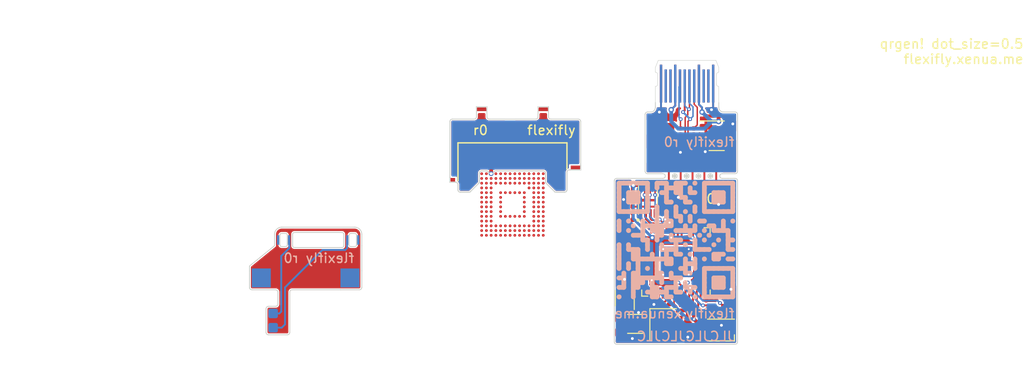
<source format=kicad_pcb>
(kicad_pcb (version 20221018) (generator pcbnew)

  (general
    (thickness 0.115)
  )

  (paper "A4")
  (layers
    (0 "F.Cu" signal)
    (31 "B.Cu" signal)
    (32 "B.Adhes" user "B.Adhesive")
    (33 "F.Adhes" user "F.Adhesive")
    (34 "B.Paste" user)
    (35 "F.Paste" user)
    (36 "B.SilkS" user "B.Silkscreen")
    (37 "F.SilkS" user "F.Silkscreen")
    (38 "B.Mask" user)
    (39 "F.Mask" user)
    (40 "Dwgs.User" user "User.Drawings")
    (41 "Cmts.User" user "User.Comments")
    (42 "Eco1.User" user "User.Eco1")
    (43 "Eco2.User" user "User.Eco2")
    (44 "Edge.Cuts" user)
    (45 "Margin" user)
    (46 "B.CrtYd" user "B.Courtyard")
    (47 "F.CrtYd" user "F.Courtyard")
    (48 "B.Fab" user)
    (49 "F.Fab" user)
    (50 "User.1" user)
    (51 "User.2" user)
    (52 "User.3" user)
    (53 "User.4" user)
    (54 "User.5" user)
    (55 "User.6" user)
    (56 "User.7" user)
    (57 "User.8" user)
    (58 "User.9" user)
  )

  (setup
    (stackup
      (layer "F.SilkS" (type "Top Silk Screen"))
      (layer "F.Paste" (type "Top Solder Paste"))
      (layer "F.Mask" (type "Top Solder Mask") (thickness 0.01))
      (layer "F.Cu" (type "copper") (thickness 0.035))
      (layer "dielectric 1" (type "core") (color "Polyimide") (thickness 0.025) (material "Polyimide") (epsilon_r 3.2) (loss_tangent 0.004))
      (layer "B.Cu" (type "copper") (thickness 0.035))
      (layer "B.Mask" (type "Bottom Solder Mask") (thickness 0.01))
      (layer "B.Paste" (type "Bottom Solder Paste"))
      (layer "B.SilkS" (type "Bottom Silk Screen"))
      (copper_finish "None")
      (dielectric_constraints no)
    )
    (pad_to_mask_clearance 0)
    (pcbplotparams
      (layerselection 0x00010fc_ffffffff)
      (plot_on_all_layers_selection 0x0000000_00000000)
      (disableapertmacros false)
      (usegerberextensions false)
      (usegerberattributes true)
      (usegerberadvancedattributes true)
      (creategerberjobfile true)
      (dashed_line_dash_ratio 12.000000)
      (dashed_line_gap_ratio 3.000000)
      (svgprecision 4)
      (plotframeref false)
      (viasonmask false)
      (mode 1)
      (useauxorigin false)
      (hpglpennumber 1)
      (hpglpenspeed 20)
      (hpglpendiameter 15.000000)
      (dxfpolygonmode true)
      (dxfimperialunits true)
      (dxfusepcbnewfont true)
      (psnegative false)
      (psa4output false)
      (plotreference true)
      (plotvalue true)
      (plotinvisibletext false)
      (sketchpadsonfab false)
      (subtractmaskfromsilk false)
      (outputformat 1)
      (mirror false)
      (drillshape 1)
      (scaleselection 1)
      (outputdirectory "")
    )
  )

  (net 0 "")
  (net 1 "+3V3")
  (net 2 "GND")
  (net 3 "/XIN")
  (net 4 "Net-(C3-Pad2)")
  (net 5 "+1V1")
  (net 6 "Net-(J1-CC1)")
  (net 7 "/STATUS_LED")
  (net 8 "unconnected-(H5-Pad1)")
  (net 9 "/QSPI_~{CS}")
  (net 10 "/~{USB_BOOT}")
  (net 11 "/XOUT")
  (net 12 "/USB_DP")
  (net 13 "/DP")
  (net 14 "/NX_CLK")
  (net 15 "Net-(U1-GPIO27_ADC1)")
  (net 16 "/NX_CMD")
  (net 17 "Net-(U1-GPIO28_ADC2)")
  (net 18 "/NX_D0")
  (net 19 "Net-(U1-GPIO29_ADC3)")
  (net 20 "unconnected-(J1-SBU1-PadA8)")
  (net 21 "/TRAINING_RESET_A")
  (net 22 "/TRAINING_RESET_B")
  (net 23 "unconnected-(U1-GPIO2-Pad4)")
  (net 24 "unconnected-(U1-GPIO3-Pad5)")
  (net 25 "unconnected-(U1-GPIO4-Pad6)")
  (net 26 "unconnected-(U1-GPIO5-Pad7)")
  (net 27 "unconnected-(U1-GPIO6-Pad8)")
  (net 28 "unconnected-(U1-GPIO7-Pad9)")
  (net 29 "unconnected-(U1-GPIO8-Pad11)")
  (net 30 "unconnected-(U1-GPIO9-Pad12)")
  (net 31 "unconnected-(U1-GPIO10-Pad13)")
  (net 32 "unconnected-(U1-GPIO11-Pad14)")
  (net 33 "unconnected-(U1-GPIO12-Pad15)")
  (net 34 "unconnected-(U1-GPIO13-Pad16)")
  (net 35 "unconnected-(U1-GPIO14-Pad17)")
  (net 36 "/NX_CPU")
  (net 37 "/SWCLK")
  (net 38 "/SWD")
  (net 39 "/RUN")
  (net 40 "unconnected-(U1-GPIO17-Pad28)")
  (net 41 "unconnected-(U1-GPIO18-Pad29)")
  (net 42 "unconnected-(U1-GPIO19-Pad30)")
  (net 43 "unconnected-(U1-GPIO20-Pad31)")
  (net 44 "unconnected-(U1-GPIO21-Pad32)")
  (net 45 "unconnected-(U1-GPIO22-Pad34)")
  (net 46 "unconnected-(U1-GPIO23-Pad35)")
  (net 47 "unconnected-(U1-GPIO24-Pad36)")
  (net 48 "unconnected-(U1-GPIO25-Pad37)")
  (net 49 "/NX_RST")
  (net 50 "/QSPI_SD3")
  (net 51 "/QSPI_CLK")
  (net 52 "/QSPI_SD0")
  (net 53 "/QSPI_SD2")
  (net 54 "/QSPI_SD1")
  (net 55 "Net-(J1-CC2)")
  (net 56 "unconnected-(J1-SBU2-PadB8)")
  (net 57 "Net-(C16-Pad1)")
  (net 58 "Net-(C15-Pad1)")
  (net 59 "/DAT0")
  (net 60 "VBUS")
  (net 61 "/USB_DN")
  (net 62 "/DN")
  (net 63 "unconnected-(C15-Pad2)")
  (net 64 "unconnected-(C16-Pad2)")
  (net 65 "unconnected-(D1-DOUT-Pad1)")
  (net 66 "Net-(Q1-Pad1)")
  (net 67 "Net-(Q2-Pad1)")
  (net 68 "unconnected-(H6-Pad1)")

  (footprint "Capacitor_SMD:C_0201_0603Metric" (layer "F.Cu") (at 156.25 73.2 90))

  (footprint "flexifly:TP_pad_1mm_dense" (layer "F.Cu") (at 161.5 64.75))

  (footprint "Resistor_SMD:R_0201_0603Metric" (layer "F.Cu") (at 156.25 71.8 90))

  (footprint "flexifly:SW_SPST_LS38G2-T" (layer "F.Cu") (at 154.225 52.85 90))

  (footprint "flexifly:TP_pad_1mm_dense" (layer "F.Cu") (at 161.024 70.5))

  (footprint "Capacitor_SMD:C_0201_0603Metric" (layer "F.Cu") (at 150.9 62.5))

  (footprint "Resistor_SMD:R_0201_0603Metric" (layer "F.Cu") (at 151.15 60.05 -90))

  (footprint "flexifly:TP_pad_1mm_dense" (layer "F.Cu") (at 161.5 63.5))

  (footprint "Resistor_SMD:R_0201_0603Metric" (layer "F.Cu") (at 160.3 63.6 90))

  (footprint "flexifly:TP_pad_1mm_dense" (layer "F.Cu") (at 138.25 51.5))

  (footprint "Capacitor_SMD:C_0201_0603Metric" (layer "F.Cu") (at 160.3 60.8 -90))

  (footprint "Resistor_SMD:R_0201_0603Metric" (layer "F.Cu") (at 160.3 62.2 -90))

  (footprint "flexifly:MicroFET_2x2" (layer "F.Cu") (at 150.35 69.585))

  (footprint "Resistor_SMD:R_0201_0603Metric" (layer "F.Cu") (at 157.625 51.8 90))

  (footprint "Capacitor_SMD:C_0201_0603Metric" (layer "F.Cu") (at 159.4 60.5 -90))

  (footprint "Resistor_SMD:R_0201_0603Metric" (layer "F.Cu") (at 160.3 65 90))

  (footprint "flexifly:FBGA_153_P0.50mm" (layer "F.Cu") (at 138.5 59.505))

  (footprint "Capacitor_SMD:C_0201_0603Metric" (layer "F.Cu") (at 154.7 70.05))

  (footprint "flexifly:TP_pad_1mm_dense" (layer "F.Cu") (at 156.25 55.5 90))

  (footprint "Capacitor_SMD:C_0201_0603Metric" (layer "F.Cu") (at 158.7 60.5 90))

  (footprint "flexifly:TP_pad_1mm_dense" (layer "F.Cu") (at 159.5 70.5))

  (footprint "flexifly:TP_pad_1mm_dense" (layer "F.Cu") (at 149.85 73 90))

  (footprint "xenua:USB_C_PCB" (layer "F.Cu") (at 156.925 44.3))

  (footprint "Capacitor_SMD:C_0201_0603Metric" (layer "F.Cu") (at 158 60.5 -90))

  (footprint "Capacitor_SMD:C_0201_0603Metric" (layer "F.Cu") (at 151.25 66.9 90))

  (footprint "flexifly:TP_pad_1mm_dense" (layer "F.Cu") (at 161.5 66))

  (footprint "Package_TO_SOT_SMD:SOT-23-3" (layer "F.Cu") (at 160.05 52.25))

  (footprint "Resistor_SMD:R_0201_0603Metric" (layer "F.Cu") (at 157.3 60.5 90))

  (footprint "flexifly:Conn_BGA_shim_dat0" (layer "F.Cu") (at 138.5 55.95))

  (footprint "flexifly:TP_pad_1mm_dense" (layer "F.Cu") (at 157.5 55.5 90))

  (footprint "flexifly:TP_pad_1mm_dense" (layer "F.Cu") (at 161.5 67.25))

  (footprint "flexifly:TP_pad_1mm_dense" (layer "F.Cu") (at 161.5 61))

  (footprint "Capacitor_SMD:C_0201_0603Metric" (layer "F.Cu") (at 156.95 70.4 90))

  (footprint "Package_DFN_QFN:QFN-56-1EP_7x7mm_P0.4mm_EP3.2x3.2mm_ThermalVias" (layer "F.Cu") (at 155.75 65.5625))

  (footprint "Resistor_SMD:R_0201_0603Metric" (layer "F.Cu") (at 157.65 70.4 90))

  (footprint "flexifly:SolderJumper-2_Dense" (layer "F.Cu") (at 150.65 64.15 90))

  (footprint "Capacitor_SMD:C_0201_0603Metric" (layer "F.Cu") (at 160.3 66.9 90))

  (footprint "Capacitor_SMD:C_0201_0603Metric" (layer "F.Cu") (at 155.9 60 -90))

  (footprint "flexifly:TP_pad_1mm_dense" (layer "F.Cu") (at 160 55.5 90))

  (footprint "Capacitor_SMD:C_0201_0603Metric" (layer "F.Cu") (at 155.2 60 -90))

  (footprint "Capacitor_SMD:C_0201_0603Metric" (layer "F.Cu") (at 160.55 54.4))

  (footprint "Resistor_SMD:R_0201_0603Metric" (layer "F.Cu") (at 151.15 61.45 90))

  (footprint "Capacitor_SMD:C_0201_0603Metric" (layer "F.Cu") (at 161.35 50.15 180))

  (footprint "LED_SMD:LED_WS2812B-2020_PLCC4_2.0x2.0mm" (layer "F.Cu") (at 160.5 72.75 180))

  (footprint "Crystal:Crystal_SMD_2520-4Pin_2.5x2.0mm" (layer "F.Cu") (at 154.4 72.15 -90))

  (footprint "flexifly:TP_pad_1mm_dense" (layer "F.Cu") (at 149.85 71.5 90))

  (footprint "Capacitor_SMD:C_0201_0603Metric" (layer "F.Cu") (at 154.5 60 -90))

  (footprint "flexifly:TP_pad_1mm_dense" (layer "F.Cu") (at 161.5 62.25))

  (footprint "flexifly:W25QxxxxUXxx" (layer "F.Cu") (at 152.8 59.05 -90))

  (footprint "flexifly:TP_pad_1mm_dense" (layer "F.Cu") (at 158.75 57.5 90))

  (footprint "flexifly:TP_pad_1mm_dense" (layer "F.Cu") (at 155 55.5 90))

  (footprint "Capacitor_SMD:C_0201_0603Metric" (layer "F.Cu") (at 156.25 70.4 90))

  (footprint "flexifly:TP_pad_1mm_dense" (layer "F.Cu") (at 156.25 57.5 90))

  (footprint "Resistor_SMD:R_0201_0603Metric" (layer "F.Cu") (at 156.6 60.5 -90))

  (footprint "flexifly:TP_pad_1mm_dense" (layer "F.Cu") (at 157.5 57.5 90))

  (footprint "Resistor_SMD:R_0201_0603Metric" (layer "F.Cu") (at 156.225 51.8 -90))

  (footprint "Capacitor_SMD:C_0201_0603Metric" (layer "F.Cu") (at 151.15 58.65 -90))

  (footprint "Capacitor_SMD:C_0201_0603Metric" (layer "F.Cu")
    (tstamp e47b04e1-7f0e-43ea-8a7f-5e773a9d0212)
    (at 159.925 50.15)
    (descr "Capacitor SMD 0201 (0603 Metric), square (rectangular) end terminal, IPC_7351 nominal, (Body size source: https://www.vishay.com/docs/20052/crcw0201e3.pdf), generated with kicad-footprint-generator")
    (tags "capacitor")
    (property "LCSC" "C14445")
    (property "Sheetfile" "flexifly.kicad_sch")
    (property "Sheetname" "")
    (property "ki_description" "Unpolarized capacitor")
    (property "ki_keyw
... [312444 chars truncated]
</source>
